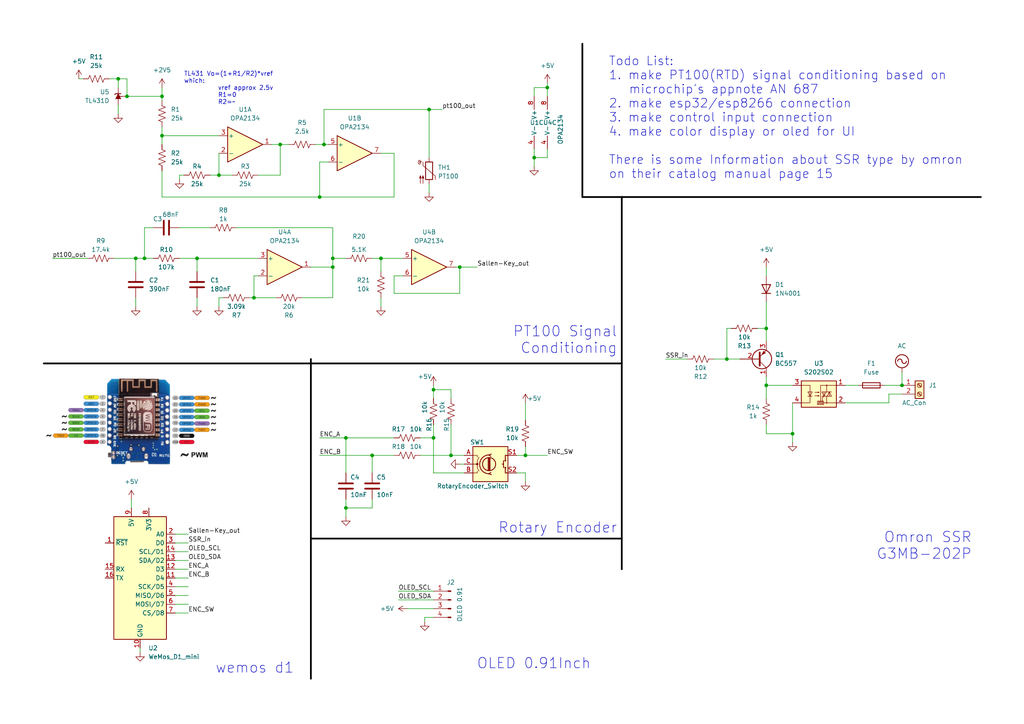
<source format=kicad_sch>
(kicad_sch (version 20230121) (generator eeschema)
  (paper "A4")
  (title_block (title "Solder Reflow ") (date "2024-01-20") (rev "0"))
  (lib_symbols
    (symbol "Amplifier_Operational:OPA2134" (pin_names (offset 0.127))
      (property "Reference" "U" (at 0 5.08 0))
      (property "Value" "OPA2134" (at 0 -5.08 0))
      (symbol "OPA2134_1_1"
        (polyline (pts (xy -5.08 5.08) (xy 5.08 0) (xy -5.08 -5.08) (xy -5.08 5.08)) (stroke (width 0.254)) (fill (type background)))
        (pin output line (at 7.62 0 180) (length 2.54) (name "~") (number "1"))
        (pin input line (at -7.62 -2.54 0) (length 2.54) (name "-") (number "2"))
        (pin input line (at -7.62 2.54 0) (length 2.54) (name "+") (number "3"))
      )
      (symbol "OPA2134_2_1"
        (polyline (pts (xy -5.08 5.08) (xy 5.08 0) (xy -5.08 -5.08) (xy -5.08 5.08)) (stroke (width 0.254)) (fill (type background)))
        (pin input line (at -7.62 2.54 0) (length 2.54) (name "+") (number "5"))
        (pin input line (at -7.62 -2.54 0) (length 2.54) (name "-") (number "6"))
        (pin output line (at 7.62 0 180) (length 2.54) (name "~") (number "7"))
      )
      (symbol "OPA2134_3_1"
        (pin power_in line (at -2.54 -7.62 90) (length 3.81) (name "V-") (number "4"))
        (pin power_in line (at -2.54 7.62 270) (length 3.81) (name "V+") (number "8"))
      )
    )
    (symbol "Connector:Conn_01x04_Pin" (pin_names (offset 1.016) hide)
      (property "Reference" "J" (at 0 5.08 0))
      (property "Value" "Conn_01x04_Pin" (at 0 -7.62 0))
      (symbol "Conn_01x04_Pin_1_1"
        (polyline (pts (xy 1.27 -5.08) (xy 0.8636 -5.08)) (stroke (width 0.1524)))
        (polyline (pts (xy 1.27 -2.54) (xy 0.8636 -2.54)) (stroke (width 0.1524)))
        (polyline (pts (xy 1.27 0) (xy 0.8636 0)) (stroke (width 0.1524)))
        (polyline (pts (xy 1.27 2.54) (xy 0.8636 2.54)) (stroke (width 0.1524)))
        (rectangle (start 0.8636 -4.953) (end 0 -5.207) (stroke (width 0.1524)) (fill (type outline)))
        (rectangle (start 0.8636 -2.413) (end 0 -2.667) (stroke (width 0.1524)) (fill (type outline)))
        (rectangle (start 0.8636 0.127) (end 0 -0.127) (stroke (width 0.1524)) (fill (type outline)))
        (rectangle (start 0.8636 2.667) (end 0 2.413) (stroke (width 0.1524)) (fill (type outline)))
        (pin passive line (at 5.08 2.54 180) (length 3.81) (name "Pin_1") (number "1"))
        (pin passive line (at 5.08 0 180) (length 3.81) (name "Pin_2") (number "2"))
        (pin passive line (at 5.08 -2.54 180) (length 3.81) (name "Pin_3") (number "3"))
        (pin passive line (at 5.08 -5.08 180) (length 3.81) (name "Pin_4") (number "4"))
      )
    )
    (symbol "Connector:Screw_Terminal_01x02" (pin_names (offset 1.016) hide)
      (property "Reference" "J" (at 0 2.54 0))
      (property "Value" "Screw_Terminal_01x02" (at 0 -5.08 0))
      (symbol "Screw_Terminal_01x02_1_1"
        (rectangle (start -1.27 1.27) (end 1.27 -3.81) (stroke (width 0.254)) (fill (type background)))
        (circle (center 0 -2.54) (radius 0.635) (stroke (width 0.1524)))
        (polyline (pts (xy -0.5334 -2.2098) (xy 0.3302 -3.048)) (stroke (width 0.1524)))
        (polyline (pts (xy -0.5334 0.3302) (xy 0.3302 -0.508)) (stroke (width 0.1524)))
        (polyline (pts (xy -0.3556 -2.032) (xy 0.508 -2.8702)) (stroke (width 0.1524)))
        (polyline (pts (xy -0.3556 0.508) (xy 0.508 -0.3302)) (stroke (width 0.1524)))
        (circle (center 0 0) (radius 0.635) (stroke (width 0.1524)))
        (pin passive line (at -5.08 0 0) (length 3.81) (name "Pin_1") (number "1"))
        (pin passive line (at -5.08 -2.54 0) (length 3.81) (name "Pin_2") (number "2"))
      )
    )
    (symbol "Device:C" (pin_numbers hide) (pin_names (offset 0.254))
      (property "Reference" "C" (at 0.635 2.54 0))
      (property "Value" "C" (at 0.635 -2.54 0))
      (symbol "C_0_1"
        (polyline (pts (xy -2.032 -0.762) (xy 2.032 -0.762)) (stroke (width 0.508)))
        (polyline (pts (xy -2.032 0.762) (xy 2.032 0.762)) (stroke (width 0.508)))
      )
      (symbol "C_1_1"
        (pin passive line (at 0 3.81 270) (length 2.794) (name "~") (number "1"))
        (pin passive line (at 0 -3.81 90) (length 2.794) (name "~") (number "2"))
      )
    )
    (symbol "Device:Fuse" (pin_numbers hide) (pin_names (offset 0))
      (property "Reference" "F" (at 2.032 0 90))
      (property "Value" "Fuse" (at -1.905 0 90))
      (symbol "Fuse_0_1"
        (rectangle (start -0.762 -2.54) (end 0.762 2.54) (stroke (width 0.254)))
        (polyline (pts (xy 0 2.54) (xy 0 -2.54)))
      )
      (symbol "Fuse_1_1"
        (pin passive line (at 0 3.81 270) (length 1.27) (name "~") (number "1"))
        (pin passive line (at 0 -3.81 90) (length 1.27) (name "~") (number "2"))
      )
    )
    (symbol "Device:R_US" (pin_numbers hide) (pin_names (offset 0))
      (property "Reference" "R" (at 2.54 0 90))
      (property "Value" "R_US" (at -2.54 0 90))
      (symbol "R_US_0_1"
        (polyline (pts (xy 0 -2.286) (xy 0 -2.54)))
        (polyline (pts (xy 0 2.286) (xy 0 2.54)))
        (polyline (pts (xy 0 -0.762) (xy 1.016 -1.143) (xy 0 -1.524) (xy -1.016 -1.905) (xy 0 -2.286)))
        (polyline (pts (xy 0 0.762) (xy 1.016 0.381) (xy 0 0) (xy -1.016 -0.381) (xy 0 -0.762)))
        (polyline (pts (xy 0 2.286) (xy 1.016 1.905) (xy 0 1.524) (xy -1.016 1.143) (xy 0 0.762)))
      )
      (symbol "R_US_1_1"
        (pin passive line (at 0 3.81 270) (length 1.27) (name "~") (number "1"))
        (pin passive line (at 0 -3.81 90) (length 1.27) (name "~") (number "2"))
      )
    )
    (symbol "Device:RotaryEncoder_Switch" (pin_names (offset 0.254) hide)
      (property "Reference" "SW" (at 0 6.604 0))
      (property "Value" "RotaryEncoder_Switch" (at 0 -6.604 0))
      (symbol "RotaryEncoder_Switch_0_1"
        (rectangle (start -5.08 5.08) (end 5.08 -5.08) (stroke (width 0.254)) (fill (type background)))
        (circle (center -3.81 0) (radius 0.254) (fill (type outline)))
        (circle (center -0.381 0) (radius 1.905) (stroke (width 0.254)))
        (arc (start -0.381 2.667) (mid -3.0988 -0.0635) (end -0.381 -2.794) (stroke (width 0.254)))
        (polyline (pts (xy -0.635 -1.778) (xy -0.635 1.778)) (stroke (width 0.254)))
        (polyline (pts (xy -0.381 -1.778) (xy -0.381 1.778)) (stroke (width 0.254)))
        (polyline (pts (xy -0.127 1.778) (xy -0.127 -1.778)) (stroke (width 0.254)))
        (polyline (pts (xy 3.81 0) (xy 3.429 0)) (stroke (width 0.254)))
        (polyline (pts (xy 3.81 1.016) (xy 3.81 -1.016)) (stroke (width 0.254)))
        (polyline (pts (xy -5.08 -2.54) (xy -3.81 -2.54) (xy -3.81 -2.032)))
        (polyline (pts (xy -5.08 2.54) (xy -3.81 2.54) (xy -3.81 2.032)))
        (polyline (pts (xy 0.254 -3.048) (xy -0.508 -2.794) (xy 0.127 -2.413)) (stroke (width 0.254)))
        (polyline (pts (xy 0.254 2.921) (xy -0.508 2.667) (xy 0.127 2.286)) (stroke (width 0.254)))
        (polyline (pts (xy 5.08 -2.54) (xy 4.318 -2.54) (xy 4.318 -1.016)) (stroke (width 0.254)))
        (polyline (pts (xy 5.08 2.54) (xy 4.318 2.54) (xy 4.318 1.016)) (stroke (width 0.254)))
        (polyline (pts (xy -5.08 0) (xy -3.81 0) (xy -3.81 -1.016) (xy -3.302 -2.032)))
        (polyline (pts (xy -4.318 0) (xy -3.81 0) (xy -3.81 1.016) (xy -3.302 2.032)))
        (circle (center 4.318 -1.016) (radius 0.127) (stroke (width 0.254)))
        (circle (center 4.318 1.016) (radius 0.127) (stroke (width 0.254)))
      )
      (symbol "RotaryEncoder_Switch_1_1"
        (pin passive line (at -7.62 2.54 0) (length 2.54) (name "A") (number "A"))
        (pin passive line (at -7.62 -2.54 0) (length 2.54) (name "B") (number "B"))
        (pin passive line (at -7.62 0 0) (length 2.54) (name "C") (number "C"))
        (pin passive line (at 7.62 2.54 180) (length 2.54) (name "S1") (number "S1"))
        (pin passive line (at 7.62 -2.54 180) (length 2.54) (name "S2") (number "S2"))
      )
    )
    (symbol "Diode:1N4001" (pin_numbers hide) (pin_names hide)
      (property "Reference" "D" (at 0 2.54 0))
      (property "Value" "1N4001" (at 0 -2.54 0))
      (symbol "1N4001_0_1"
        (polyline (pts (xy -1.27 1.27) (xy -1.27 -1.27)) (stroke (width 0.254)))
        (polyline (pts (xy 1.27 0) (xy -1.27 0)))
        (polyline (pts (xy 1.27 1.27) (xy 1.27 -1.27) (xy -1.27 0) (xy 1.27 1.27)) (stroke (width 0.254)))
      )
      (symbol "1N4001_1_1"
        (pin passive line (at -3.81 0 0) (length 2.54) (name "K") (number "1"))
        (pin passive line (at 3.81 0 180) (length 2.54) (name "A") (number "2"))
      )
    )
    (symbol "MCU_Module:WeMos_D1_mini"
      (property "Reference" "U" (at 3.81 19.05 0))
      (property "Value" "WeMos_D1_mini" (at 1.27 -19.05 0))
      (symbol "WeMos_D1_mini_1_1"
        (rectangle (start -7.62 17.78) (end 7.62 -17.78) (stroke (width 0.254)) (fill (type background)))
        (pin input line (at -10.16 10.16 0) (length 2.54) (name "~{RST}") (number "1"))
        (pin power_in line (at 0 -20.32 90) (length 2.54) (name "GND") (number "10"))
        (pin bidirectional line (at 10.16 0 180) (length 2.54) (name "D4") (number "11"))
        (pin bidirectional line (at 10.16 2.54 180) (length 2.54) (name "D3") (number "12"))
        (pin bidirectional line (at 10.16 5.08 180) (length 2.54) (name "SDA/D2") (number "13"))
        (pin bidirectional line (at 10.16 7.62 180) (length 2.54) (name "SCL/D1") (number "14"))
        (pin input line (at -10.16 2.54 0) (length 2.54) (name "RX") (number "15"))
        (pin output line (at -10.16 0 0) (length 2.54) (name "TX") (number "16"))
        (pin input line (at 10.16 12.7 180) (length 2.54) (name "A0") (number "2"))
        (pin bidirectional line (at 10.16 10.16 180) (length 2.54) (name "D0") (number "3"))
        (pin bidirectional line (at 10.16 -2.54 180) (length 2.54) (name "SCK/D5") (number "4"))
        (pin bidirectional line (at 10.16 -5.08 180) (length 2.54) (name "MISO/D6") (number "5"))
        (pin bidirectional line (at 10.16 -7.62 180) (length 2.54) (name "MOSI/D7") (number "6"))
        (pin bidirectional line (at 10.16 -10.16 180) (length 2.54) (name "CS/D8") (number "7"))
        (pin power_out line (at 2.54 20.32 270) (length 2.54) (name "3V3") (number "8"))
        (pin power_in line (at -2.54 20.32 270) (length 2.54) (name "5V") (number "9"))
      )
    )
    (symbol "Reference_Voltage:TL431D" (pin_numbers hide) (pin_names hide)
      (property "Reference" "U" (at 0 -2.54 0))
      (property "Value" "TL431D" (at 0 -4.445 0))
      (symbol "TL431D_0_1"
        (polyline (pts (xy -1.27 0) (xy 0 0) (xy 1.27 0)))
        (polyline (pts (xy -0.762 0.762) (xy 0.762 0) (xy -0.762 -0.762)) (fill (type outline)))
        (polyline (pts (xy 0.508 -1.016) (xy 0.762 -0.762) (xy 0.762 0.762) (xy 0.762 0.762)) (stroke (width 0.254)))
      )
      (symbol "TL431D_1_1"
        (polyline (pts (xy 0 1.27) (xy 0 0)))
        (pin passive line (at 2.54 0 180) (length 2.54) (name "K") (number "1"))
        (pin passive line (at -2.54 0 0) (length 2.54) (name "A") (number "2"))
        (pin passive line (at -2.54 0 0) (length 2.54) hide (name "A") (number "3"))
        (pin passive line (at -2.54 0 0) (length 2.54) hide (name "A") (number "6"))
        (pin passive line (at -2.54 0 0) (length 2.54) hide (name "A") (number "7"))
        (pin passive line (at 0 2.54 270) (length 2.54) (name "REF") (number "8"))
      )
    )
    (symbol "Relay_SolidState:S202S02"
      (property "Reference" "U" (at -5.08 5.08 0))
      (property "Value" "S202S02" (at 0 5.08 0))
      (symbol "S202S02_0_0"
        (rectangle (start -0.381 -2.032) (end 1.397 -3.048))
        (polyline (pts (xy 2.286 -2.54) (xy 1.397 -2.54)))
        (polyline (pts (xy 1.524 -0.635) (xy 1.016 -1.016) (xy 1.016 -2.032)))
        (text "ZCD" (at 0.508 -2.54 0) (effects (font (size 0.508 0.508))))
      )
      (symbol "S202S02_0_1"
        (rectangle (start -5.08 3.81) (end 5.08 -3.81) (stroke (width 0.254)) (fill (type background)))
        (polyline (pts (xy -3.175 -0.635) (xy -1.905 -0.635)))
        (polyline (pts (xy 1.524 -0.635) (xy 1.524 0.635)))
        (polyline (pts (xy 3.048 0.635) (xy 3.048 -0.635)))
        (polyline (pts (xy 2.286 -0.635) (xy 2.286 -2.54) (xy 5.08 -2.54)))
        (polyline (pts (xy 2.286 0.635) (xy 2.286 2.54) (xy 5.08 2.54)))
        (polyline (pts (xy 2.286 2.54) (xy 0.508 2.54) (xy 0.508 -2.032)))
        (polyline (pts (xy -5.08 2.54) (xy -2.54 2.54) (xy -2.54 -2.54) (xy -5.08 -2.54)))
        (polyline (pts (xy -2.54 -0.635) (xy -3.175 0.635) (xy -1.905 0.635) (xy -2.54 -0.635)))
        (polyline (pts (xy 0.889 -0.635) (xy 3.683 -0.635) (xy 3.048 0.635) (xy 2.413 -0.635)))
        (polyline (pts (xy 3.683 0.635) (xy 0.889 0.635) (xy 1.524 -0.635) (xy 2.159 0.635)))
        (polyline (pts (xy -1.143 -0.508) (xy 0.127 -0.508) (xy -0.254 -0.635) (xy -0.254 -0.381) (xy 0.127 -0.508)))
        (polyline (pts (xy -1.143 0.508) (xy 0.127 0.508) (xy -0.254 0.381) (xy -0.254 0.635) (xy 0.127 0.508)))
        (circle (center 2.286 -2.54) (radius 0.127))
        (circle (center 2.286 2.54) (radius 0.127))
      )
      (symbol "S202S02_1_1"
        (pin passive line (at 7.62 2.54 180) (length 2.54) (name "~") (number "1"))
        (pin passive line (at 7.62 -2.54 180) (length 2.54) (name "~") (number "2"))
        (pin passive line (at -7.62 2.54 0) (length 2.54) (name "~") (number "3"))
        (pin passive line (at -7.62 -2.54 0) (length 2.54) (name "~") (number "4"))
      )
    )
    (symbol "Sensor_Temperature:PT100" (pin_numbers hide) (pin_names (offset 0))
      (property "Reference" "TH" (at -4.445 0 90))
      (property "Value" "PT100" (at 3.175 0 90))
      (symbol "PT100_0_1"
        (arc (start -3.048 2.159) (mid -3.0495 2.3143) (end -3.175 2.413))
        (arc (start -3.048 2.159) (mid -2.9736 1.9794) (end -2.794 1.905))
        (arc (start -3.048 2.794) (mid -2.9736 2.6144) (end -2.794 2.54))
        (arc (start -2.794 1.905) (mid -2.6144 1.9794) (end -2.54 2.159))
        (arc (start -2.794 2.54) (mid -2.4393 2.5587) (end -2.159 2.794))
        (arc (start -2.794 3.048) (mid -2.9736 2.9736) (end -3.048 2.794))
        (arc (start -2.54 2.794) (mid -2.6144 2.9736) (end -2.794 3.048))
        (rectangle (start -1.016 2.54) (end 1.016 -2.54) (stroke (width 0.254)))
        (polyline (pts (xy -2.54 2.159) (xy -2.54 2.794)))
        (polyline (pts (xy -1.778 2.54) (xy -1.778 1.524) (xy 1.778 -1.524) (xy 1.778 -2.54)))
        (polyline (pts (xy -2.54 -3.683) (xy -2.54 -1.397) (xy -2.794 -2.159) (xy -2.286 -2.159) (xy -2.54 -1.397) (xy -2.54 -1.651)) (fill (type outline)))
        (polyline (pts (xy -1.778 -3.683) (xy -1.778 -1.397) (xy -2.032 -2.159) (xy -1.524 -2.159) (xy -1.778 -1.397) (xy -1.778 -1.651)) (fill (type outline)))
      )
      (symbol "PT100_1_1"
        (pin passive line (at 0 3.81 270) (length 1.27) (name "~") (number "1"))
        (pin passive line (at 0 -3.81 90) (length 1.27) (name "~") (number "2"))
      )
    )
    (symbol "Transistor_BJT:BC557" (pin_names (offset 0) hide)
      (property "Reference" "Q" (at 5.08 1.905 0))
      (property "Value" "BC557" (at 5.08 0 0))
      (symbol "BC557_0_1"
        (polyline (pts (xy 0.635 0.635) (xy 2.54 2.54)))
        (polyline (pts (xy 0.635 -0.635) (xy 2.54 -2.54) (xy 2.54 -2.54)))
        (polyline (pts (xy 0.635 1.905) (xy 0.635 -1.905) (xy 0.635 -1.905)) (stroke (width 0.508)))
        (polyline (pts (xy 2.286 -1.778) (xy 1.778 -2.286) (xy 1.27 -1.27) (xy 2.286 -1.778) (xy 2.286 -1.778)) (fill (type outline)))
        (circle (center 1.27 0) (radius 2.8194) (stroke (width 0.254)))
      )
      (symbol "BC557_1_1"
        (pin passive line (at 2.54 5.08 270) (length 2.54) (name "C") (number "1"))
        (pin input line (at -5.08 0 0) (length 5.715) (name "B") (number "2"))
        (pin passive line (at 2.54 -5.08 90) (length 2.54) (name "E") (number "3"))
      )
    )
    (symbol "power:+2V5" (power) (pin_names (offset 0))
      (property "Value" "+2V5" (at 0 3.556 0))
      (symbol "+2V5_0_1"
        (polyline (pts (xy -0.762 1.27) (xy 0 2.54)))
        (polyline (pts (xy 0 0) (xy 0 2.54)))
        (polyline (pts (xy 0 2.54) (xy 0.762 1.27)))
      )
      (symbol "+2V5_1_1"
        (pin power_in line (at 0 0 90) (length 0) hide (name "+2V5") (number "1"))
      )
    )
    (symbol "power:+5V" (power) (pin_names (offset 0))
      (property "Value" "+5V" (at 0 3.556 0))
      (symbol "+5V_0_1"
        (polyline (pts (xy -0.762 1.27) (xy 0 2.54)))
        (polyline (pts (xy 0 0) (xy 0 2.54)))
        (polyline (pts (xy 0 2.54) (xy 0.762 1.27)))
      )
      (symbol "+5V_1_1"
        (pin power_in line (at 0 0 90) (length 0) hide (name "+5V") (number "1"))
      )
    )
    (symbol "power:AC" (power) (pin_names (offset 0))
      (property "Value" "AC" (at 0 6.35 0))
      (symbol "AC_0_1"
        (polyline (pts (xy 0 0) (xy 0 1.27)))
        (arc (start 0 3.175) (mid -0.635 3.8073) (end -1.27 3.175) (stroke (width 0.254)))
        (arc (start 0 3.175) (mid 0.635 2.5427) (end 1.27 3.175) (stroke (width 0.254)))
        (circle (center 0 3.175) (radius 1.905) (stroke (width 0.254)))
      )
      (symbol "AC_1_1"
        (pin power_in line (at 0 0 90) (length 0) hide (name "AC") (number "1"))
      )
    )
    (symbol "power:GND" (power) (pin_names (offset 0))
      (property "Value" "GND" (at 0 -3.81 0))
      (symbol "GND_0_1"
        (polyline (pts (xy 0 0) (xy 0 -1.27) (xy 1.27 -1.27) (xy 0 -2.54) (xy -1.27 -1.27) (xy 0 -1.27)))
      )
      (symbol "GND_1_1"
        (pin power_in line (at 0 0 270) (length 0) hide (name "GND") (number "1"))
      )
    )
  )
  (junction (at 210.82 104.14))
  (junction (at 154.94 45.72))
  (junction (at 229.87 125.7978))
  (junction (at 96.52 74.93))
  (junction (at 130.81 132.08))
  (junction (at 93.98 41.91))
  (junction (at 107.95 132.08))
  (junction (at 125.73 113.03))
  (junction (at 57.15 74.93))
  (junction (at 152.4 132.08))
  (junction (at 41.91 74.93))
  (junction (at 125.73 127))
  (junction (at 133.35 77.47))
  (junction (at 100.33 147.32))
  (junction (at 81.28 41.91))
  (junction (at 100.33 127))
  (junction (at 124.46 31.75))
  (junction (at 73.66 86.36))
  (junction (at 96.52 77.47))
  (junction (at 92.71 57.15))
  (junction (at 46.99 39.37))
  (junction (at 222.25 111.76))
  (junction (at 63.5 50.8))
  (junction (at 36.83 27.94))
  (junction (at 222.25 95.25))
  (junction (at 110.49 74.93))
  (junction (at 39.37 74.93))
  (junction (at 261.62 111.76))
  (junction (at 46.99 27.94))
  (junction (at 34.29 22.86))
  (junction (at 158.75 25.4))
  (wire (pts (xy 154.94 45.72) (xy 154.94 43.18)))
  (wire (pts (xy 50.8 172.72) (xy 54.61 172.72)))
  (wire (pts (xy 118.11 176.53) (xy 125.73 176.53)))
  (wire (pts (xy 149.86 132.08) (xy 152.4 132.08)))
  (wire (pts (xy 124.46 45.72) (xy 124.46 31.75)))
  (wire (pts (xy 133.35 134.62) (xy 134.62 134.62)))
  (wire (pts (xy 63.5 44.45) (xy 63.5 50.8)))
  (wire (pts (xy 95.25 46.99) (xy 92.71 46.99)))
  (wire (pts (xy 125.73 127) (xy 125.73 123.19)))
  (wire (pts (xy 50.8 160.02) (xy 54.61 160.02)))
  (wire (pts (xy 107.95 137.16) (xy 107.95 132.08)))
  (wire (pts (xy 87.63 86.36) (xy 96.52 86.36)))
  (wire (pts (xy 50.8 177.8) (xy 54.61 177.8)))
  (wire (pts (xy 96.52 66.04) (xy 96.52 74.93)))
  (wire (pts (xy 125.73 137.16) (xy 125.73 127)))
  (wire (pts (xy 222.25 95.25) (xy 222.25 99.06)))
  (wire (pts (xy 93.98 41.91) (xy 95.25 41.91)))
  (wire (pts (xy 257.81 116.84) (xy 245.11 116.84)))
  (wire (pts (xy 63.5 50.8) (xy 67.31 50.8)))
  (wire (pts (xy 33.02 74.93) (xy 39.37 74.93)))
  (wire (pts (xy 207.01 104.14) (xy 210.82 104.14)))
  (wire (pts (xy 63.5 86.36) (xy 64.77 86.36)))
  (wire (pts (xy 261.62 107.95) (xy 261.62 111.76)))
  (wire (pts (xy 132.08 77.47) (xy 133.35 77.47)))
  (wire (pts (xy 124.46 31.75) (xy 128.27 31.75)))
  (polyline (pts (xy 168.91 12.7) (xy 168.91 57.15)) (stroke (width 0.5) (color 0 0 0 1)))
  (wire (pts (xy 46.99 39.37) (xy 63.5 39.37)))
  (wire (pts (xy 152.4 116.84) (xy 152.4 121.92)))
  (wire (pts (xy 91.44 41.91) (xy 93.98 41.91)))
  (wire (pts (xy 22.86 22.86) (xy 24.13 22.86)))
  (wire (pts (xy 46.99 27.94) (xy 46.99 29.21)))
  (wire (pts (xy 222.25 111.76) (xy 222.25 109.22)))
  (wire (pts (xy 100.33 144.78) (xy 100.33 147.32)))
  (wire (pts (xy 219.71 95.25) (xy 222.25 95.25)))
  (polyline (pts (xy 90.17 104.14) (xy 90.17 196.85)) (stroke (width 0.5) (color 0 0 0 1)))
  (wire (pts (xy 123.19 180.34) (xy 123.19 179.07)))
  (wire (pts (xy 44.45 66.04) (xy 41.91 66.04)))
  (wire (pts (xy 34.29 25.4) (xy 34.29 22.86)))
  (wire (pts (xy 46.99 25.4) (xy 46.99 27.94)))
  (wire (pts (xy 212.09 95.25) (xy 210.82 95.25)))
  (wire (pts (xy 41.91 74.93) (xy 44.45 74.93)))
  (wire (pts (xy 107.95 144.78) (xy 107.95 147.32)))
  (wire (pts (xy 72.39 86.36) (xy 73.66 86.36)))
  (wire (pts (xy 60.96 50.8) (xy 63.5 50.8)))
  (wire (pts (xy 124.46 31.75) (xy 93.98 31.75)))
  (wire (pts (xy 152.4 132.08) (xy 158.75 132.08)))
  (wire (pts (xy 40.64 187.96) (xy 40.64 189.23)))
  (wire (pts (xy 115.57 171.45) (xy 125.73 171.45)))
  (wire (pts (xy 52.07 50.8) (xy 53.34 50.8)))
  (wire (pts (xy 100.33 147.32) (xy 100.33 149.86)))
  (wire (pts (xy 52.07 74.93) (xy 57.15 74.93)))
  (polyline (pts (xy 180.34 57.15) (xy 284.48 57.15)) (stroke (width 0.5) (color 0 0 0 1)))
  (wire (pts (xy 34.29 30.48) (xy 34.29 33.02)))
  (wire (pts (xy 229.87 128.27) (xy 229.87 125.7978)))
  (wire (pts (xy 261.62 114.3) (xy 257.81 114.3)))
  (wire (pts (xy 114.3 57.15) (xy 114.3 44.45)))
  (wire (pts (xy 210.82 95.25) (xy 210.82 104.14)))
  (wire (pts (xy 158.75 24.13) (xy 158.75 25.4)))
  (wire (pts (xy 93.98 31.75) (xy 93.98 41.91)))
  (wire (pts (xy 92.71 127) (xy 100.33 127)))
  (polyline (pts (xy 180.34 105.41) (xy 180.34 165.1)) (stroke (width 0.5) (color 0 0 0 1)))
  (wire (pts (xy 121.92 127) (xy 125.73 127)))
  (wire (pts (xy 121.92 132.08) (xy 130.81 132.08)))
  (wire (pts (xy 125.73 113.03) (xy 125.73 115.57)))
  (wire (pts (xy 74.93 50.8) (xy 81.28 50.8)))
  (wire (pts (xy 38.1 144.78) (xy 38.1 147.32)))
  (wire (pts (xy 50.8 162.56) (xy 54.61 162.56)))
  (wire (pts (xy 222.25 77.47) (xy 222.25 80.01)))
  (wire (pts (xy 96.52 86.36) (xy 96.52 77.47)))
  (wire (pts (xy 50.8 154.94) (xy 54.61 154.94)))
  (polyline (pts (xy 90.17 156.21) (xy 180.34 156.21)) (stroke (width 0.5) (color 0 0 0 1)))
  (wire (pts (xy 57.15 78.74) (xy 57.15 74.93)))
  (wire (pts (xy 81.28 50.8) (xy 81.28 41.91)))
  (wire (pts (xy 50.8 175.26) (xy 54.61 175.26)))
  (wire (pts (xy 73.66 80.01) (xy 73.66 86.36)))
  (wire (pts (xy 125.73 111.76) (xy 125.73 113.03)))
  (wire (pts (xy 245.11 111.76) (xy 248.92 111.76)))
  (wire (pts (xy 114.3 85.09) (xy 133.35 85.09)))
  (wire (pts (xy 130.81 113.03) (xy 125.73 113.03)))
  (wire (pts (xy 222.25 111.76) (xy 229.87 111.76)))
  (wire (pts (xy 130.81 132.08) (xy 130.81 123.19)))
  (wire (pts (xy 229.87 125.7978) (xy 229.87 116.84)))
  (wire (pts (xy 52.07 66.04) (xy 60.96 66.04)))
  (wire (pts (xy 154.94 25.4) (xy 158.75 25.4)))
  (polyline (pts (xy 180.34 105.41) (xy 180.34 57.15)) (stroke (width 0.5) (color 0 0 0 1)))
  (wire (pts (xy 81.28 41.91) (xy 78.74 41.91)))
  (wire (pts (xy 50.8 165.1) (xy 54.61 165.1)))
  (wire (pts (xy 68.58 66.04) (xy 96.52 66.04)))
  (wire (pts (xy 36.83 22.86) (xy 36.83 27.94)))
  (wire (pts (xy 96.52 77.47) (xy 90.17 77.47)))
  (wire (pts (xy 222.25 87.63) (xy 222.25 95.25)))
  (wire (pts (xy 222.25 125.7978) (xy 229.87 125.7978)))
  (wire (pts (xy 50.8 167.64) (xy 54.61 167.64)))
  (wire (pts (xy 116.84 80.01) (xy 114.3 80.01)))
  (wire (pts (xy 133.35 85.09) (xy 133.35 77.47)))
  (wire (pts (xy 134.62 132.08) (xy 130.81 132.08)))
  (wire (pts (xy 31.75 22.86) (xy 34.29 22.86)))
  (wire (pts (xy 92.71 46.99) (xy 92.71 57.15)))
  (wire (pts (xy 81.28 41.91) (xy 83.82 41.91)))
  (wire (pts (xy 158.75 43.18) (xy 158.75 45.72)))
  (wire (pts (xy 256.54 111.76) (xy 261.62 111.76)))
  (wire (pts (xy 110.49 86.36) (xy 110.49 88.9)))
  (wire (pts (xy 39.37 86.36) (xy 39.37 88.9)))
  (wire (pts (xy 63.5 88.9) (xy 63.5 86.36)))
  (wire (pts (xy 123.19 179.07) (xy 125.73 179.07)))
  (wire (pts (xy 46.99 36.83) (xy 46.99 39.37)))
  (wire (pts (xy 36.83 27.94) (xy 46.99 27.94)))
  (wire (pts (xy 100.33 127) (xy 100.33 137.16)))
  (wire (pts (xy 52.07 52.07) (xy 52.07 50.8)))
  (wire (pts (xy 46.99 49.53) (xy 46.99 57.15)))
  (wire (pts (xy 152.4 137.16) (xy 152.4 139.7)))
  (wire (pts (xy 57.15 74.93) (xy 74.93 74.93)))
  (wire (pts (xy 124.46 53.34) (xy 124.46 55.88)))
  (polyline (pts (xy 12.7 105.41) (xy 180.34 105.41)) (stroke (width 0.5) (color 0 0 0 1)))
  (wire (pts (xy 222.25 111.76) (xy 222.25 115.57)))
  (wire (pts (xy 39.37 74.93) (xy 39.37 78.74)))
  (wire (pts (xy 96.52 74.93) (xy 96.52 77.47)))
  (wire (pts (xy 92.71 132.08) (xy 107.95 132.08)))
  (wire (pts (xy 222.25 123.19) (xy 222.25 125.7978)))
  (wire (pts (xy 39.37 74.93) (xy 41.91 74.93)))
  (wire (pts (xy 193.04 104.14) (xy 199.39 104.14)))
  (wire (pts (xy 210.82 104.14) (xy 214.63 104.14)))
  (wire (pts (xy 107.95 74.93) (xy 110.49 74.93)))
  (wire (pts (xy 73.66 86.36) (xy 80.01 86.36)))
  (wire (pts (xy 74.93 80.01) (xy 73.66 80.01)))
  (wire (pts (xy 92.71 57.15) (xy 114.3 57.15)))
  (wire (pts (xy 152.4 132.08) (xy 152.4 129.54)))
  (wire (pts (xy 50.8 170.18) (xy 54.61 170.18)))
  (wire (pts (xy 41.91 66.04) (xy 41.91 74.93)))
  (wire (pts (xy 133.35 77.47) (xy 138.43 77.47)))
  (wire (pts (xy 257.81 114.3) (xy 257.81 116.84)))
  (wire (pts (xy 114.3 80.01) (xy 114.3 85.09)))
  (wire (pts (xy 34.29 22.86) (xy 36.83 22.86)))
  (wire (pts (xy 114.3 44.45) (xy 110.49 44.45)))
  (wire (pts (xy 100.33 147.32) (xy 107.95 147.32)))
  (wire (pts (xy 115.57 173.99) (xy 125.73 173.99)))
  (wire (pts (xy 149.86 137.16) (xy 152.4 137.16)))
  (wire (pts (xy 15.24 74.93) (xy 25.4 74.93)))
  (wire (pts (xy 46.99 39.37) (xy 46.99 41.91)))
  (wire (pts (xy 158.75 25.4) (xy 158.75 27.94)))
  (wire (pts (xy 110.49 74.93) (xy 116.84 74.93)))
  (wire (pts (xy 154.94 27.94) (xy 154.94 25.4)))
  (wire (pts (xy 130.81 115.57) (xy 130.81 113.03)))
  (wire (pts (xy 134.62 137.16) (xy 125.73 137.16)))
  (wire (pts (xy 107.95 132.08) (xy 114.3 132.08)))
  (polyline (pts (xy 180.34 57.15) (xy 168.91 57.15)) (stroke (width 0.5) (color 0 0 0 1)))
  (wire (pts (xy 96.52 74.93) (xy 100.33 74.93)))
  (wire (pts (xy 57.15 86.36) (xy 57.15 88.9)))
  (wire (pts (xy 50.8 157.48) (xy 54.61 157.48)))
  (wire (pts (xy 46.99 57.15) (xy 92.71 57.15)))
  (wire (pts (xy 154.94 45.72) (xy 154.94 48.26)))
  (wire (pts (xy 158.75 45.72) (xy 154.94 45.72)))
  (wire (pts (xy 114.3 127) (xy 100.33 127)))
  (wire (pts (xy 110.49 74.93) (xy 110.49 78.74)))
  (image (at 38.1 121.92) (scale 0.862811))
  (text "wemos d1 " (at 87.63 195.58 0) (effects (font (size 3 3)) (justify right bottom)))
  (text "PT100 Signal\nConditioning" (at 179.07 102.87 0) (effects (font (size 3 3)) (justify right bottom)))
  (text "OLED 0.91Inch" (at 171.45 194.31 0) (effects (font (size 3 3)) (justify right bottom)))
  (text "TL431 Vo=(1+R1/R2)*vref\nwhich:  \n		vref approx 2.5v \n		R1=0\n		R2=~" (at 53.34 30.48 0) (effects (font (size 1.27 1.27)) (justify left bottom)))
  (text "Todo List: \n1. make PT100(RTD) signal conditioning based on \n   microchip's appnote AN 687\n2. make esp32/esp8266 connection \n3. make control input connection \n4. make color display or oled for UI\n\nThere is some Information about SSR type by omron \non their catalog manual page 15" (at 176.53 52.07 0) (effects (font (size 2.54 2.54)) (justify left bottom)))
  (text "Rotary Encoder" (at 179.07 154.94 0) (effects (font (size 3 3)) (justify right bottom)))
  (text "Omron SSR\nG3MB-202P" (at 281.94 162.56 0) (effects (font (size 3 3)) (justify right bottom)))
  (label "pt100_out" (at 128.27 31.75 0))
  (label "SSR_in" (at 54.61 157.48 0))
  (label "ENC_SW" (at 158.75 132.08 0))
  (label "Sallen-Key_out" (at 138.43 77.47 0))
  (label "ENC_B" (at 92.71 132.08 0))
  (label "OLED_SDA" (at 115.57 173.99 0))
  (label "ENC_B" (at 54.61 167.64 0))
  (label "SSR_in" (at 193.04 104.14 0))
  (label "OLED_SCL" (at 54.61 160.02 0))
  (label "ENC_SW" (at 54.61 177.8 0))
  (label "pt100_out" (at 15.24 74.93 0))
  (label "ENC_A" (at 54.61 165.1 0))
  (label "OLED_SCL" (at 115.57 171.45 0))
  (label "Sallen-Key_out" (at 54.61 154.94 0))
  (label "ENC_A" (at 92.71 127 0))
  (label "OLED_SDA" (at 54.61 162.56 0))
  (symbol (lib_id "Device:C") (at 100.33 140.97 0) (unit 1)
    (property "Reference" "C4" (at 101.6 138.43 0) (effects (justify left)))
    (property "Value" "10nF" (at 101.6 143.51 0) (effects (justify left)))
    (property "Sim.Enable" "0" (effects hide))
  )
  (symbol (lib_id "power:GND") (at 154.94 48.26 0) (unit 1)
    (property "Reference" "#PWR09" (effects hide))
    (property "Value" "GND" (effects hide))
  )
  (symbol (lib_id "Device:R_US") (at 83.82 86.36 90) (unit 1)
    (property "Reference" "R6" (at 83.82 91.44 90))
    (property "Value" "20k" (at 83.82 88.9 90))
    (property "Sim.Enable" "0" (effects hide))
  )
  (symbol (lib_id "Amplifier_Operational:OPA2134") (at 161.29 35.56 0) (unit 3)
    (property "Reference" "U4" (at 157.48 35.56 0) (effects (justify left)))
    (property "Value" "OPA2134" (at 162.56 41.91 90) (effects (justify left)))
    (property "Footprint" "Package_DIP:DIP-8_W7.62mm_LongPads" (effects hide))
    (property "Datasheet" "http://www.ti.com/lit/ds/symlink/opa134.pdf" (effects hide))
  )
  (symbol (lib_id "power:+5V") (at 222.25 77.47 0) (unit 1)
    (property "Reference" "#PWR014" (effects hide))
    (property "Value" "+5V" (at 222.25 72.39 0))
    (property "Sim.Enable" "0" (effects hide))
  )
  (symbol (lib_id "Amplifier_Operational:OPA2134") (at 82.55 77.47 0) (unit 1)
    (property "Reference" "U4" (at 82.55 67.31 0))
    (property "Value" "OPA2134" (at 82.55 69.85 0))
    (property "Footprint" "Package_DIP:DIP-8_W7.62mm_LongPads" (effects hide))
    (property "Datasheet" "http://www.ti.com/lit/ds/symlink/opa134.pdf" (effects hide))
  )
  (symbol (lib_id "power:GND") (at 100.33 149.86 0) (unit 1)
    (property "Reference" "#PWR022" (effects hide))
    (property "Value" "GND" (effects hide))
  )
  (symbol (lib_id "Device:R_US") (at 222.25 119.38 180) (unit 1)
    (property "Reference" "R14" (at 218.44 118.11 0))
    (property "Value" "1k" (at 218.44 120.65 0))
    (property "Sim.Enable" "0" (effects hide))
  )
  (symbol (lib_id "power:GND") (at 229.87 128.27 0) (unit 1)
    (property "Reference" "#PWR015" (effects hide))
    (property "Value" "GND" (effects hide))
  )
  (symbol (lib_id "Amplifier_Operational:OPA2134") (at 102.87 44.45 0) (unit 2)
    (property "Reference" "U1" (at 102.87 34.29 0))
    (property "Value" "OPA2134" (at 102.87 36.83 0))
    (property "Footprint" "Package_DIP:DIP-8_W7.62mm_LongPads" (effects hide))
    (property "Datasheet" "http://www.ti.com/lit/ds/symlink/opa134.pdf" (effects hide))
    (property "Sim.Enable" "0" (effects hide))
  )
  (symbol (lib_id "MCU_Module:WeMos_D1_mini") (at 40.64 167.64 0) (unit 1)
    (property "Reference" "U2" (at 43.013 187.96 0) (effects (justify left)))
    (property "Value" "WeMos_D1_mini" (at 43.013 190.5 0) (effects (justify left)))
    (property "Footprint" "Module:WEMOS_D1_mini_light" (effects hide))
    (property "Datasheet" "https://wiki.wemos.cc/products:d1:d1_mini#documentation" (effects hide))
    (property "Sim.Enable" "0" (effects hide))
  )
  (symbol (lib_id "power:+5V") (at 22.86 22.86 0) (unit 1)
    (property "Reference" "#PWR011" (effects hide))
    (property "Value" "+5V" (at 22.86 17.78 0))
    (property "Sim.Enable" "0" (effects hide))
  )
  (symbol (lib_id "Device:R_US") (at 57.15 50.8 90) (unit 1)
    (property "Reference" "R4" (at 57.15 48.26 90))
    (property "Value" "25k" (at 57.15 53.34 90))
    (property "Sim.Enable" "0" (effects hide))
  )
  (symbol (lib_id "power:GND") (at 152.4 139.7 0) (unit 1)
    (property "Reference" "#PWR020" (effects hide))
    (property "Value" "GND" (effects hide))
  )
  (symbol (lib_id "Device:Fuse") (at 252.73 111.76 90) (unit 1)
    (property "Reference" "F1" (at 252.73 105.41 90))
    (property "Value" "Fuse" (at 252.73 107.95 90))
  )
  (symbol (lib_id "power:GND") (at 123.19 180.34 0) (unit 1)
    (property "Reference" "#PWR017" (effects hide))
    (property "Value" "GND" (effects hide))
  )
  (symbol (lib_id "Amplifier_Operational:OPA2134") (at 124.46 77.47 0) (unit 2)
    (property "Reference" "U4" (at 124.46 67.31 0))
    (property "Value" "OPA2134" (at 124.46 69.85 0))
    (property "Footprint" "Package_DIP:DIP-8_W7.62mm_LongPads" (effects hide))
    (property "Datasheet" "http://www.ti.com/lit/ds/symlink/opa134.pdf" (effects hide))
  )
  (symbol (lib_id "Device:R_US") (at 118.11 127 270) (unit 1)
    (property "Reference" "R17" (at 115.57 124.46 90))
    (property "Value" "10k" (at 120.65 124.46 90))
    (property "Sim.Enable" "0" (effects hide))
  )
  (symbol (lib_id "Device:C") (at 57.15 82.55 0) (unit 1)
    (property "Reference" "C1" (at 60.96 81.2799 0) (effects (justify left)))
    (property "Value" "180nF" (at 60.96 83.8199 0) (effects (justify left)))
    (property "Sim.Enable" "0" (effects hide))
  )
  (symbol (lib_id "power:+5V") (at 125.73 111.76 0) (unit 1)
    (property "Reference" "#PWR019" (effects hide))
    (property "Value" "+5V" (at 123.19 109.22 0))
    (property "Sim.Enable" "0" (effects hide))
  )
  (symbol (lib_id "Device:C") (at 107.95 140.97 0) (unit 1)
    (property "Reference" "C5" (at 109.22 138.43 0) (effects (justify left)))
    (property "Value" "10nF" (at 109.22 143.51 0) (effects (justify left)))
    (property "Sim.Enable" "0" (effects hide))
  )
  (symbol (lib_id "Device:C") (at 39.37 82.55 0) (unit 1)
    (property "Reference" "C2" (at 43.18 81.2799 0) (effects (justify left)))
    (property "Value" "390nF" (at 43.18 83.8199 0) (effects (justify left)))
    (property "Sim.Enable" "0" (effects hide))
  )
  (symbol (lib_id "power:GND") (at 40.64 189.23 0) (unit 1)
    (property "Reference" "#PWR013" (effects hide))
    (property "Value" "GND" (effects hide))
  )
  (symbol (lib_id "Device:R_US") (at 68.58 86.36 90) (unit 1)
    (property "Reference" "R7" (at 68.58 91.44 90))
    (property "Value" "3.09k" (at 68.58 88.9 90))
    (property "Sim.Enable" "0" (effects hide))
  )
  (symbol (lib_id "power:AC") (at 261.62 107.95 0) (unit 1)
    (property "Reference" "#PWR03" (effects hide))
    (property "Value" "AC" (at 261.62 100.33 0))
    (property "Sim.Enable" "0" (effects hide))
  )
  (symbol (lib_id "power:GND") (at 124.46 55.88 0) (unit 1)
    (property "Reference" "#PWR05" (effects hide))
    (property "Value" "GND" (effects hide))
  )
  (symbol (lib_id "Device:R_US") (at 27.94 22.86 90) (unit 1)
    (property "Reference" "R11" (at 27.94 16.51 90))
    (property "Value" "25k" (at 27.94 19.05 90))
    (property "Sim.Enable" "0" (effects hide))
  )
  (symbol (lib_id "Device:R_US") (at 118.11 132.08 270) (unit 1)
    (property "Reference" "R18" (at 115.57 129.54 90))
    (property "Value" "10k" (at 120.65 129.54 90))
    (property "Sim.Enable" "0" (effects hide))
  )
  (symbol (lib_id "power:GND") (at 63.5 88.9 0) (unit 1)
    (property "Reference" "#PWR06" (effects hide))
    (property "Value" "GND" (effects hide))
  )
  (symbol (lib_id "Amplifier_Operational:OPA2134") (at 71.12 41.91 0) (unit 1)
    (property "Reference" "U1" (at 71.12 31.75 0))
    (property "Value" "OPA2134" (at 71.12 34.29 0))
    (property "Footprint" "Package_DIP:DIP-8_W7.62mm_LongPads" (effects hide))
    (property "Datasheet" "http://www.ti.com/lit/ds/symlink/opa134.pdf" (effects hide))
    (property "Sim.Enable" "0" (effects hide))
  )
  (symbol (lib_id "power:+2V5") (at 46.99 25.4 0) (unit 1)
    (property "Reference" "#PWR04" (effects hide))
    (property "Value" "+2V5" (at 46.99 20.32 0))
  )
  (symbol (lib_id "power:+5V") (at 158.75 24.13 0) (unit 1)
    (property "Reference" "#PWR01" (effects hide))
    (property "Value" "+5V" (at 158.75 19.05 0))
    (property "Sim.Enable" "0" (effects hide))
  )
  (symbol (lib_id "Device:R_US") (at 125.73 119.38 180) (unit 1)
    (property "Reference" "R16" (at 124.46 123.19 90))
    (property "Value" "10k" (at 123.19 118.11 90))
    (property "Sim.Enable" "0" (effects hide))
  )
  (symbol (lib_id "Device:R_US") (at 104.14 74.93 90) (unit 1)
    (property "Reference" "R20" (at 104.14 68.58 90))
    (property "Value" "5.1K" (at 104.14 72.39 90))
    (property "Sim.Enable" "0" (effects hide))
  )
  (symbol (lib_id "Device:R_US") (at 87.63 41.91 270) (unit 1)
    (property "Reference" "R5" (at 87.63 35.56 90))
    (property "Value" "2.5k" (at 87.63 38.1 90))
    (property "Sim.Enable" "0" (effects hide))
  )
  (symbol (lib_id "power:GND") (at 39.37 88.9 0) (unit 1)
    (property "Reference" "#PWR08" (effects hide))
    (property "Value" "GND" (effects hide))
  )
  (symbol (lib_id "Device:R_US") (at 48.26 74.93 270) (unit 1)
    (property "Reference" "R10" (at 48.26 72.39 90))
    (property "Value" "107k" (at 48.26 77.47 90))
    (property "Sim.Enable" "0" (effects hide))
  )
  (symbol (lib_id "Connector:Conn_01x04_Pin") (at 130.81 173.99 0) (mirror y) (unit 1)
    (property "Reference" "J2" (at 129.54 168.91 0) (effects (justify right)))
    (property "Value" "OLED 0.91" (at 133.35 170.18 90) (effects (justify right)))
    (property "Footprint" "Connector_PinHeader_2.54mm:PinHeader_1x04_P2.54mm_Vertical" (effects hide))
  )
  (symbol (lib_id "Transistor_BJT:BC557") (at 219.71 104.14 0) (mirror x) (unit 1)
    (property "Reference" "Q1" (at 224.79 102.8699 0) (effects (justify left)))
    (property "Value" "BC557" (at 224.79 105.4099 0) (effects (justify left)))
    (property "Footprint" "Package_TO_SOT_THT:TO-92_Inline" (effects hide))
    (property "Datasheet" "https://www.onsemi.com/pub/Collateral/BC556BTA-D.pdf" (effects hide))
  )
  (symbol (lib_id "Device:R_US") (at 130.81 119.38 180) (unit 1)
    (property "Reference" "R15" (at 129.54 123.19 90))
    (property "Value" "10k" (at 128.27 118.11 90))
    (property "Sim.Enable" "0" (effects hide))
  )
  (symbol (lib_id "Device:C") (at 48.26 66.04 270) (unit 1)
    (property "Reference" "C3" (at 45.72 63.5 90))
    (property "Value" "68nF" (at 49.53 62.23 90))
    (property "Sim.Enable" "0" (effects hide))
  )
  (symbol (lib_id "Device:R_US") (at 29.21 74.93 270) (unit 1)
    (property "Reference" "R9" (at 29.21 69.85 90))
    (property "Value" "17.4k" (at 29.21 72.39 90))
    (property "Sim.Enable" "0" (effects hide))
  )
  (symbol (lib_id "Device:RotaryEncoder_Switch") (at 142.24 134.62 0) (unit 1)
    (property "Reference" "SW1" (at 138.43 128.27 0))
    (property "Value" "RotaryEncoder_Switch" (at 137.16 140.97 0))
  )
  (symbol (lib_id "power:+5V") (at 118.11 176.53 90) (unit 1)
    (property "Reference" "#PWR016" (effects hide))
    (property "Value" "+5V" (at 114.3 176.5299 90) (effects (justify left)))
    (property "Sim.Enable" "0" (effects hide))
  )
  (symbol (lib_id "Diode:1N4001") (at 222.25 83.82 90) (unit 1)
    (property "Reference" "D1" (at 224.79 82.5499 90) (effects (justify right)))
    (property "Value" "1N4001" (at 224.79 85.0899 90) (effects (justify right)))
    (property "Footprint" "Diode_THT:D_DO-41_SOD81_P10.16mm_Horizontal" (effects hide))
    (property "Datasheet" "http://www.vishay.com/docs/88503/1n4001.pdf" (effects hide))
    (property "Sim.Device" "D" (effects hide))
    (property "Sim.Pins" "1=K 2=A" (effects hide))
  )
  (symbol (lib_id "power:GND") (at 57.15 88.9 0) (unit 1)
    (property "Reference" "#PWR07" (effects hide))
    (property "Value" "GND" (effects hide))
  )
  (symbol (lib_id "power:GND") (at 52.07 52.07 0) (unit 1)
    (property "Reference" "#PWR02" (effects hide))
    (property "Value" "GND" (effects hide))
  )
  (symbol (lib_id "Device:R_US") (at 71.12 50.8 270) (unit 1)
    (property "Reference" "R3" (at 71.12 48.26 90))
    (property "Value" "25k" (at 71.12 53.34 90))
    (property "Sim.Enable" "0" (effects hide))
  )
  (symbol (lib_id "Reference_Voltage:TL431D") (at 34.29 27.94 270) (mirror x) (unit 1)
    (property "Reference" "U5" (at 31.75 26.6699 90) (effects (justify right)))
    (property "Value" "TL431D" (at 31.75 29.2099 90) (effects (justify right)))
    (property "Footprint" "Package_SO:SOIC-8_3.9x4.9mm_P1.27mm" (effects hide))
    (property "Datasheet" "http://www.ti.com/lit/ds/symlink/tl431.pdf" (effects hide))
  )
  (symbol (lib_id "Device:R_US") (at 203.2 104.14 90) (unit 1)
    (property "Reference" "R12" (at 203.2 109.22 90))
    (property "Value" "10k" (at 203.2 106.68 90))
    (property "Sim.Enable" "0" (effects hide))
  )
  (symbol (lib_id "power:GND") (at 34.29 33.02 0) (unit 1)
    (property "Reference" "#PWR010" (effects hide))
    (property "Value" "GND" (effects hide))
  )
  (symbol (lib_id "Sensor_Temperature:PT100") (at 124.46 49.53 0) (unit 1)
    (property "Reference" "TH1" (at 127 48.5774 0) (effects (justify left)))
    (property "Value" "PT100" (at 127 51.1174 0) (effects (justify left)))
    (property "Footprint" "Package_TO_SOT_THT:TO-92-2_Horizontal2" (effects hide))
    (property "Datasheet" "https://www.heraeus.com/media/media/group/doc_group/products_1/hst/sot_to/de_15/to_92_d.pdf" (effects hide))
    (property "Sim.Enable" "0" (effects hide))
  )
  (symbol (lib_id "Device:R_US") (at 64.77 66.04 270) (unit 1)
    (property "Reference" "R8" (at 64.77 60.96 90))
    (property "Value" "1k" (at 64.77 63.5 90))
    (property "Sim.Enable" "0" (effects hide))
  )
  (symbol (lib_id "power:+5V") (at 152.4 116.84 0) (unit 1)
    (property "Reference" "#PWR021" (effects hide))
    (property "Value" "+5V" (at 154.94 115.57 0))
    (property "Sim.Enable" "0" (effects hide))
  )
  (symbol (lib_id "Device:R_US") (at 110.49 82.55 180) (unit 1)
    (property "Reference" "R21" (at 105.41 81.28 0))
    (property "Value" "10k" (at 105.41 83.82 0))
    (property "Sim.Enable" "0" (effects hide))
  )
  (symbol (lib_id "Device:R_US") (at 46.99 45.72 0) (unit 1)
    (property "Reference" "R2" (at 49.53 44.4499 0) (effects (justify left)))
    (property "Value" "25k" (at 49.53 46.9899 0) (effects (justify left)))
    (property "Sim.Enable" "0" (effects hide))
  )
  (symbol (lib_id "Connector:Screw_Terminal_01x02") (at 266.7 111.76 0) (unit 1)
    (property "Reference" "J1" (at 269.367 111.7599 0) (effects (justify left)))
    (property "Value" "AC_Con" (at 261.62 116.84 0) (effects (justify left)))
    (property "Footprint" "TerminalBlock_MetzConnect:TerminalBlock_MetzConnect_Type011_RT05502HBWC_1x02_P5.00mm_Horizontal" (effects hide))
  )
  (symbol (lib_id "Device:R_US") (at 46.99 33.02 0) (unit 1)
    (property "Reference" "R1" (at 49.53 31.7499 0) (effects (justify left)))
    (property "Value" "25k" (at 49.53 34.2899 0) (effects (justify left)))
    (property "Sim.Enable" "0" (effects hide))
  )
  (symbol (lib_id "power:GND") (at 110.49 88.9 0) (unit 1)
    (property "Reference" "#PWR023" (effects hide))
    (property "Value" "GND" (effects hide))
  )
  (symbol (lib_id "power:+5V") (at 38.1 144.78 0) (unit 1)
    (property "Reference" "#PWR012" (effects hide))
    (property "Value" "+5V" (at 38.1 139.7 0))
    (property "Sim.Enable" "0" (effects hide))
  )
  (symbol (lib_id "Relay_SolidState:S202S02") (at 237.49 114.3 0) (unit 1)
    (property "Reference" "U3" (at 237.49 105.41 0))
    (property "Value" "S202S02" (at 237.49 107.95 0))
    (property "Footprint" "Package_SIP:SIP4_Sharp-SSR_P7.62mm_Straight" (effects hide))
    (property "Datasheet" "http://www.sharp-world.com/products/device/lineup/data/pdf/datasheet/s102s02_e.pdf" (effects hide))
    (property "Sim.Enable" "0" (effects hide))
  )
  (symbol (lib_id "Device:R_US") (at 215.9 95.25 90) (unit 1)
    (property "Reference" "R13" (at 215.9 100.33 90))
    (property "Value" "10k" (at 215.9 97.79 90))
    (property "Sim.Enable" "0" (effects hide))
  )
  (symbol (lib_id "Device:R_US") (at 152.4 125.73 180) (unit 1)
    (property "Reference" "R19" (at 148.59 124.46 0))
    (property "Value" "10k" (at 148.59 127 0))
    (property "Sim.Enable" "0" (effects hide))
  )
  (symbol (lib_id "Amplifier_Operational:OPA2134") (at 157.48 35.56 0) (unit 3)
    (property "Reference" "U1" (at 153.67 35.56 0) (effects (justify left)))
    (property "Value" "OPA2134" (effects hide))
    (property "Footprint" "Package_DIP:DIP-8_W7.62mm_LongPads" (effects hide))
    (property "Datasheet" "http://www.ti.com/lit/ds/symlink/opa134.pdf" (effects hide))
    (property "Sim.Enable" "0" (effects hide))
  )
  (symbol (lib_id "power:GND") (at 133.35 134.62 270) (unit 1)
    (property "Reference" "#PWR018" (effects hide))
    (property "Value" "GND" (effects hide))
  )
)
</source>
